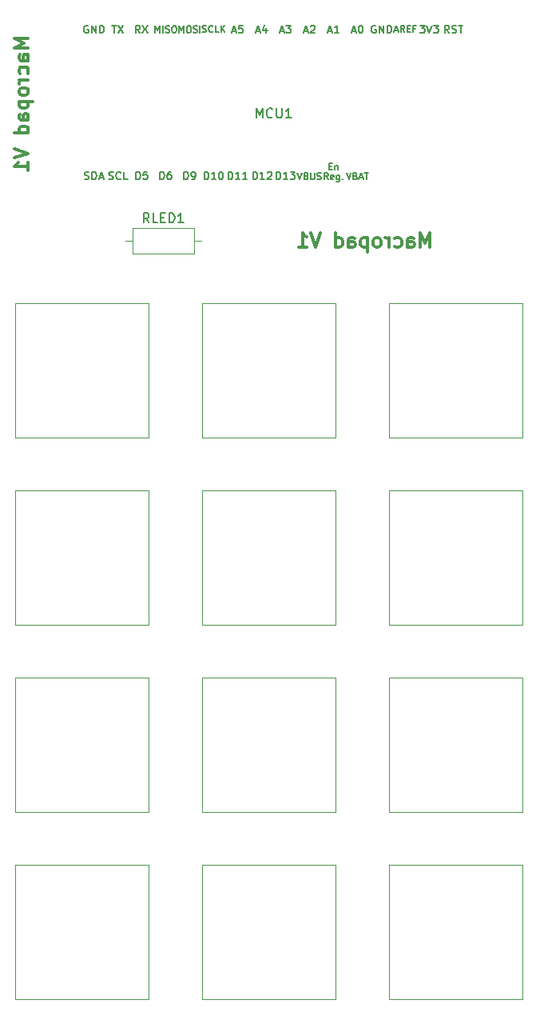
<source format=gbr>
%TF.GenerationSoftware,KiCad,Pcbnew,5.99.0-1.20210824gita02ea16.fc34*%
%TF.CreationDate,2021-08-29T08:53:43+03:00*%
%TF.ProjectId,Macropad,4d616372-6f70-4616-942e-6b696361645f,rev?*%
%TF.SameCoordinates,Original*%
%TF.FileFunction,Legend,Top*%
%TF.FilePolarity,Positive*%
%FSLAX46Y46*%
G04 Gerber Fmt 4.6, Leading zero omitted, Abs format (unit mm)*
G04 Created by KiCad (PCBNEW 5.99.0-1.20210824gita02ea16.fc34) date 2021-08-29 08:53:43*
%MOMM*%
%LPD*%
G01*
G04 APERTURE LIST*
%ADD10C,0.300000*%
%ADD11C,0.150000*%
%ADD12C,0.120000*%
G04 APERTURE END LIST*
D10*
X125800571Y-53510571D02*
X125800571Y-52010571D01*
X125300571Y-53082000D01*
X124800571Y-52010571D01*
X124800571Y-53510571D01*
X123443428Y-53510571D02*
X123443428Y-52724857D01*
X123514857Y-52582000D01*
X123657714Y-52510571D01*
X123943428Y-52510571D01*
X124086285Y-52582000D01*
X123443428Y-53439142D02*
X123586285Y-53510571D01*
X123943428Y-53510571D01*
X124086285Y-53439142D01*
X124157714Y-53296285D01*
X124157714Y-53153428D01*
X124086285Y-53010571D01*
X123943428Y-52939142D01*
X123586285Y-52939142D01*
X123443428Y-52867714D01*
X122086285Y-53439142D02*
X122229142Y-53510571D01*
X122514857Y-53510571D01*
X122657714Y-53439142D01*
X122729142Y-53367714D01*
X122800571Y-53224857D01*
X122800571Y-52796285D01*
X122729142Y-52653428D01*
X122657714Y-52582000D01*
X122514857Y-52510571D01*
X122229142Y-52510571D01*
X122086285Y-52582000D01*
X121443428Y-53510571D02*
X121443428Y-52510571D01*
X121443428Y-52796285D02*
X121372000Y-52653428D01*
X121300571Y-52582000D01*
X121157714Y-52510571D01*
X121014857Y-52510571D01*
X120300571Y-53510571D02*
X120443428Y-53439142D01*
X120514857Y-53367714D01*
X120586285Y-53224857D01*
X120586285Y-52796285D01*
X120514857Y-52653428D01*
X120443428Y-52582000D01*
X120300571Y-52510571D01*
X120086285Y-52510571D01*
X119943428Y-52582000D01*
X119872000Y-52653428D01*
X119800571Y-52796285D01*
X119800571Y-53224857D01*
X119872000Y-53367714D01*
X119943428Y-53439142D01*
X120086285Y-53510571D01*
X120300571Y-53510571D01*
X119157714Y-52510571D02*
X119157714Y-54010571D01*
X119157714Y-52582000D02*
X119014857Y-52510571D01*
X118729142Y-52510571D01*
X118586285Y-52582000D01*
X118514857Y-52653428D01*
X118443428Y-52796285D01*
X118443428Y-53224857D01*
X118514857Y-53367714D01*
X118586285Y-53439142D01*
X118729142Y-53510571D01*
X119014857Y-53510571D01*
X119157714Y-53439142D01*
X117157714Y-53510571D02*
X117157714Y-52724857D01*
X117229142Y-52582000D01*
X117372000Y-52510571D01*
X117657714Y-52510571D01*
X117800571Y-52582000D01*
X117157714Y-53439142D02*
X117300571Y-53510571D01*
X117657714Y-53510571D01*
X117800571Y-53439142D01*
X117872000Y-53296285D01*
X117872000Y-53153428D01*
X117800571Y-53010571D01*
X117657714Y-52939142D01*
X117300571Y-52939142D01*
X117157714Y-52867714D01*
X115800571Y-53510571D02*
X115800571Y-52010571D01*
X115800571Y-53439142D02*
X115943428Y-53510571D01*
X116229142Y-53510571D01*
X116372000Y-53439142D01*
X116443428Y-53367714D01*
X116514857Y-53224857D01*
X116514857Y-52796285D01*
X116443428Y-52653428D01*
X116372000Y-52582000D01*
X116229142Y-52510571D01*
X115943428Y-52510571D01*
X115800571Y-52582000D01*
X114157714Y-52010571D02*
X113657714Y-53510571D01*
X113157714Y-52010571D01*
X111872000Y-53510571D02*
X112729142Y-53510571D01*
X112300571Y-53510571D02*
X112300571Y-52010571D01*
X112443428Y-52224857D01*
X112586285Y-52367714D01*
X112729142Y-52439142D01*
X83228571Y-31425428D02*
X81728571Y-31425428D01*
X82800000Y-31925428D01*
X81728571Y-32425428D01*
X83228571Y-32425428D01*
X83228571Y-33782571D02*
X82442857Y-33782571D01*
X82300000Y-33711142D01*
X82228571Y-33568285D01*
X82228571Y-33282571D01*
X82300000Y-33139714D01*
X83157142Y-33782571D02*
X83228571Y-33639714D01*
X83228571Y-33282571D01*
X83157142Y-33139714D01*
X83014285Y-33068285D01*
X82871428Y-33068285D01*
X82728571Y-33139714D01*
X82657142Y-33282571D01*
X82657142Y-33639714D01*
X82585714Y-33782571D01*
X83157142Y-35139714D02*
X83228571Y-34996857D01*
X83228571Y-34711142D01*
X83157142Y-34568285D01*
X83085714Y-34496857D01*
X82942857Y-34425428D01*
X82514285Y-34425428D01*
X82371428Y-34496857D01*
X82300000Y-34568285D01*
X82228571Y-34711142D01*
X82228571Y-34996857D01*
X82300000Y-35139714D01*
X83228571Y-35782571D02*
X82228571Y-35782571D01*
X82514285Y-35782571D02*
X82371428Y-35854000D01*
X82300000Y-35925428D01*
X82228571Y-36068285D01*
X82228571Y-36211142D01*
X83228571Y-36925428D02*
X83157142Y-36782571D01*
X83085714Y-36711142D01*
X82942857Y-36639714D01*
X82514285Y-36639714D01*
X82371428Y-36711142D01*
X82300000Y-36782571D01*
X82228571Y-36925428D01*
X82228571Y-37139714D01*
X82300000Y-37282571D01*
X82371428Y-37354000D01*
X82514285Y-37425428D01*
X82942857Y-37425428D01*
X83085714Y-37354000D01*
X83157142Y-37282571D01*
X83228571Y-37139714D01*
X83228571Y-36925428D01*
X82228571Y-38068285D02*
X83728571Y-38068285D01*
X82300000Y-38068285D02*
X82228571Y-38211142D01*
X82228571Y-38496857D01*
X82300000Y-38639714D01*
X82371428Y-38711142D01*
X82514285Y-38782571D01*
X82942857Y-38782571D01*
X83085714Y-38711142D01*
X83157142Y-38639714D01*
X83228571Y-38496857D01*
X83228571Y-38211142D01*
X83157142Y-38068285D01*
X83228571Y-40068285D02*
X82442857Y-40068285D01*
X82300000Y-39996857D01*
X82228571Y-39854000D01*
X82228571Y-39568285D01*
X82300000Y-39425428D01*
X83157142Y-40068285D02*
X83228571Y-39925428D01*
X83228571Y-39568285D01*
X83157142Y-39425428D01*
X83014285Y-39354000D01*
X82871428Y-39354000D01*
X82728571Y-39425428D01*
X82657142Y-39568285D01*
X82657142Y-39925428D01*
X82585714Y-40068285D01*
X83228571Y-41425428D02*
X81728571Y-41425428D01*
X83157142Y-41425428D02*
X83228571Y-41282571D01*
X83228571Y-40996857D01*
X83157142Y-40854000D01*
X83085714Y-40782571D01*
X82942857Y-40711142D01*
X82514285Y-40711142D01*
X82371428Y-40782571D01*
X82300000Y-40854000D01*
X82228571Y-40996857D01*
X82228571Y-41282571D01*
X82300000Y-41425428D01*
X81728571Y-43068285D02*
X83228571Y-43568285D01*
X81728571Y-44068285D01*
X83228571Y-45354000D02*
X83228571Y-44496857D01*
X83228571Y-44925428D02*
X81728571Y-44925428D01*
X81942857Y-44782571D01*
X82085714Y-44639714D01*
X82157142Y-44496857D01*
D11*
%TO.C,RLED1*%
X96012190Y-50914380D02*
X95678857Y-50438190D01*
X95440761Y-50914380D02*
X95440761Y-49914380D01*
X95821714Y-49914380D01*
X95916952Y-49962000D01*
X95964571Y-50009619D01*
X96012190Y-50104857D01*
X96012190Y-50247714D01*
X95964571Y-50342952D01*
X95916952Y-50390571D01*
X95821714Y-50438190D01*
X95440761Y-50438190D01*
X96916952Y-50914380D02*
X96440761Y-50914380D01*
X96440761Y-49914380D01*
X97250285Y-50390571D02*
X97583619Y-50390571D01*
X97726476Y-50914380D02*
X97250285Y-50914380D01*
X97250285Y-49914380D01*
X97726476Y-49914380D01*
X98155047Y-50914380D02*
X98155047Y-49914380D01*
X98393142Y-49914380D01*
X98536000Y-49962000D01*
X98631238Y-50057238D01*
X98678857Y-50152476D01*
X98726476Y-50342952D01*
X98726476Y-50485809D01*
X98678857Y-50676285D01*
X98631238Y-50771523D01*
X98536000Y-50866761D01*
X98393142Y-50914380D01*
X98155047Y-50914380D01*
X99678857Y-50914380D02*
X99107428Y-50914380D01*
X99393142Y-50914380D02*
X99393142Y-49914380D01*
X99297904Y-50057238D01*
X99202666Y-50152476D01*
X99107428Y-50200095D01*
%TO.C,MCU1*%
X107386666Y-39822380D02*
X107386666Y-38822380D01*
X107720000Y-39536666D01*
X108053333Y-38822380D01*
X108053333Y-39822380D01*
X109100952Y-39727142D02*
X109053333Y-39774761D01*
X108910476Y-39822380D01*
X108815238Y-39822380D01*
X108672380Y-39774761D01*
X108577142Y-39679523D01*
X108529523Y-39584285D01*
X108481904Y-39393809D01*
X108481904Y-39250952D01*
X108529523Y-39060476D01*
X108577142Y-38965238D01*
X108672380Y-38870000D01*
X108815238Y-38822380D01*
X108910476Y-38822380D01*
X109053333Y-38870000D01*
X109100952Y-38917619D01*
X109529523Y-38822380D02*
X109529523Y-39631904D01*
X109577142Y-39727142D01*
X109624761Y-39774761D01*
X109720000Y-39822380D01*
X109910476Y-39822380D01*
X110005714Y-39774761D01*
X110053333Y-39727142D01*
X110100952Y-39631904D01*
X110100952Y-38822380D01*
X111100952Y-39822380D02*
X110529523Y-39822380D01*
X110815238Y-39822380D02*
X110815238Y-38822380D01*
X110720000Y-38965238D01*
X110624761Y-39060476D01*
X110529523Y-39108095D01*
X89560476Y-30080000D02*
X89484285Y-30041904D01*
X89370000Y-30041904D01*
X89255714Y-30080000D01*
X89179523Y-30156190D01*
X89141428Y-30232380D01*
X89103333Y-30384761D01*
X89103333Y-30499047D01*
X89141428Y-30651428D01*
X89179523Y-30727619D01*
X89255714Y-30803809D01*
X89370000Y-30841904D01*
X89446190Y-30841904D01*
X89560476Y-30803809D01*
X89598571Y-30765714D01*
X89598571Y-30499047D01*
X89446190Y-30499047D01*
X89941428Y-30841904D02*
X89941428Y-30041904D01*
X90398571Y-30841904D01*
X90398571Y-30041904D01*
X90779523Y-30841904D02*
X90779523Y-30041904D01*
X90970000Y-30041904D01*
X91084285Y-30080000D01*
X91160476Y-30156190D01*
X91198571Y-30232380D01*
X91236666Y-30384761D01*
X91236666Y-30499047D01*
X91198571Y-30651428D01*
X91160476Y-30727619D01*
X91084285Y-30803809D01*
X90970000Y-30841904D01*
X90779523Y-30841904D01*
X99230000Y-30796666D02*
X99230000Y-30096666D01*
X99463333Y-30596666D01*
X99696666Y-30096666D01*
X99696666Y-30796666D01*
X100163333Y-30096666D02*
X100296666Y-30096666D01*
X100363333Y-30130000D01*
X100430000Y-30196666D01*
X100463333Y-30330000D01*
X100463333Y-30563333D01*
X100430000Y-30696666D01*
X100363333Y-30763333D01*
X100296666Y-30796666D01*
X100163333Y-30796666D01*
X100096666Y-30763333D01*
X100030000Y-30696666D01*
X99996666Y-30563333D01*
X99996666Y-30330000D01*
X100030000Y-30196666D01*
X100096666Y-30130000D01*
X100163333Y-30096666D01*
X100730000Y-30763333D02*
X100830000Y-30796666D01*
X100996666Y-30796666D01*
X101063333Y-30763333D01*
X101096666Y-30730000D01*
X101130000Y-30663333D01*
X101130000Y-30596666D01*
X101096666Y-30530000D01*
X101063333Y-30496666D01*
X100996666Y-30463333D01*
X100863333Y-30430000D01*
X100796666Y-30396666D01*
X100763333Y-30363333D01*
X100730000Y-30296666D01*
X100730000Y-30230000D01*
X100763333Y-30163333D01*
X100796666Y-30130000D01*
X100863333Y-30096666D01*
X101030000Y-30096666D01*
X101130000Y-30130000D01*
X101430000Y-30796666D02*
X101430000Y-30096666D01*
X115003333Y-46341466D02*
X114770000Y-46008133D01*
X114603333Y-46341466D02*
X114603333Y-45641466D01*
X114870000Y-45641466D01*
X114936666Y-45674800D01*
X114970000Y-45708133D01*
X115003333Y-45774800D01*
X115003333Y-45874800D01*
X114970000Y-45941466D01*
X114936666Y-45974800D01*
X114870000Y-46008133D01*
X114603333Y-46008133D01*
X115570000Y-46308133D02*
X115503333Y-46341466D01*
X115370000Y-46341466D01*
X115303333Y-46308133D01*
X115270000Y-46241466D01*
X115270000Y-45974800D01*
X115303333Y-45908133D01*
X115370000Y-45874800D01*
X115503333Y-45874800D01*
X115570000Y-45908133D01*
X115603333Y-45974800D01*
X115603333Y-46041466D01*
X115270000Y-46108133D01*
X116203333Y-45874800D02*
X116203333Y-46441466D01*
X116170000Y-46508133D01*
X116136666Y-46541466D01*
X116070000Y-46574800D01*
X115970000Y-46574800D01*
X115903333Y-46541466D01*
X116203333Y-46308133D02*
X116136666Y-46341466D01*
X116003333Y-46341466D01*
X115936666Y-46308133D01*
X115903333Y-46274800D01*
X115870000Y-46208133D01*
X115870000Y-46008133D01*
X115903333Y-45941466D01*
X115936666Y-45908133D01*
X116003333Y-45874800D01*
X116136666Y-45874800D01*
X116203333Y-45908133D01*
X116536666Y-46274800D02*
X116570000Y-46308133D01*
X116536666Y-46341466D01*
X116503333Y-46308133D01*
X116536666Y-46274800D01*
X116536666Y-46341466D01*
X117538571Y-30613333D02*
X117919523Y-30613333D01*
X117462380Y-30841904D02*
X117729047Y-30041904D01*
X117995714Y-30841904D01*
X118414761Y-30041904D02*
X118490952Y-30041904D01*
X118567142Y-30080000D01*
X118605238Y-30118095D01*
X118643333Y-30194285D01*
X118681428Y-30346666D01*
X118681428Y-30537142D01*
X118643333Y-30689523D01*
X118605238Y-30765714D01*
X118567142Y-30803809D01*
X118490952Y-30841904D01*
X118414761Y-30841904D01*
X118338571Y-30803809D01*
X118300476Y-30765714D01*
X118262380Y-30689523D01*
X118224285Y-30537142D01*
X118224285Y-30346666D01*
X118262380Y-30194285D01*
X118300476Y-30118095D01*
X118338571Y-30080000D01*
X118414761Y-30041904D01*
X109518571Y-46335904D02*
X109518571Y-45535904D01*
X109709047Y-45535904D01*
X109823333Y-45574000D01*
X109899523Y-45650190D01*
X109937619Y-45726380D01*
X109975714Y-45878761D01*
X109975714Y-45993047D01*
X109937619Y-46145428D01*
X109899523Y-46221619D01*
X109823333Y-46297809D01*
X109709047Y-46335904D01*
X109518571Y-46335904D01*
X110737619Y-46335904D02*
X110280476Y-46335904D01*
X110509047Y-46335904D02*
X110509047Y-45535904D01*
X110432857Y-45650190D01*
X110356666Y-45726380D01*
X110280476Y-45764476D01*
X111004285Y-45535904D02*
X111499523Y-45535904D01*
X111232857Y-45840666D01*
X111347142Y-45840666D01*
X111423333Y-45878761D01*
X111461428Y-45916857D01*
X111499523Y-45993047D01*
X111499523Y-46183523D01*
X111461428Y-46259714D01*
X111423333Y-46297809D01*
X111347142Y-46335904D01*
X111118571Y-46335904D01*
X111042380Y-46297809D01*
X111004285Y-46259714D01*
X101898571Y-46335904D02*
X101898571Y-45535904D01*
X102089047Y-45535904D01*
X102203333Y-45574000D01*
X102279523Y-45650190D01*
X102317619Y-45726380D01*
X102355714Y-45878761D01*
X102355714Y-45993047D01*
X102317619Y-46145428D01*
X102279523Y-46221619D01*
X102203333Y-46297809D01*
X102089047Y-46335904D01*
X101898571Y-46335904D01*
X103117619Y-46335904D02*
X102660476Y-46335904D01*
X102889047Y-46335904D02*
X102889047Y-45535904D01*
X102812857Y-45650190D01*
X102736666Y-45726380D01*
X102660476Y-45764476D01*
X103612857Y-45535904D02*
X103689047Y-45535904D01*
X103765238Y-45574000D01*
X103803333Y-45612095D01*
X103841428Y-45688285D01*
X103879523Y-45840666D01*
X103879523Y-46031142D01*
X103841428Y-46183523D01*
X103803333Y-46259714D01*
X103765238Y-46297809D01*
X103689047Y-46335904D01*
X103612857Y-46335904D01*
X103536666Y-46297809D01*
X103498571Y-46259714D01*
X103460476Y-46183523D01*
X103422380Y-46031142D01*
X103422380Y-45840666D01*
X103460476Y-45688285D01*
X103498571Y-45612095D01*
X103536666Y-45574000D01*
X103612857Y-45535904D01*
X109918571Y-30613333D02*
X110299523Y-30613333D01*
X109842380Y-30841904D02*
X110109047Y-30041904D01*
X110375714Y-30841904D01*
X110566190Y-30041904D02*
X111061428Y-30041904D01*
X110794761Y-30346666D01*
X110909047Y-30346666D01*
X110985238Y-30384761D01*
X111023333Y-30422857D01*
X111061428Y-30499047D01*
X111061428Y-30689523D01*
X111023333Y-30765714D01*
X110985238Y-30803809D01*
X110909047Y-30841904D01*
X110680476Y-30841904D01*
X110604285Y-30803809D01*
X110566190Y-30765714D01*
X115103333Y-44958800D02*
X115336666Y-44958800D01*
X115436666Y-45325466D02*
X115103333Y-45325466D01*
X115103333Y-44625466D01*
X115436666Y-44625466D01*
X115736666Y-44858800D02*
X115736666Y-45325466D01*
X115736666Y-44925466D02*
X115770000Y-44892133D01*
X115836666Y-44858800D01*
X115936666Y-44858800D01*
X116003333Y-44892133D01*
X116036666Y-44958800D01*
X116036666Y-45325466D01*
X92100476Y-30041904D02*
X92557619Y-30041904D01*
X92329047Y-30841904D02*
X92329047Y-30041904D01*
X92748095Y-30041904D02*
X93281428Y-30841904D01*
X93281428Y-30041904D02*
X92748095Y-30841904D01*
X111746666Y-45641466D02*
X111980000Y-46341466D01*
X112213333Y-45641466D01*
X112680000Y-45974800D02*
X112780000Y-46008133D01*
X112813333Y-46041466D01*
X112846666Y-46108133D01*
X112846666Y-46208133D01*
X112813333Y-46274800D01*
X112780000Y-46308133D01*
X112713333Y-46341466D01*
X112446666Y-46341466D01*
X112446666Y-45641466D01*
X112680000Y-45641466D01*
X112746666Y-45674800D01*
X112780000Y-45708133D01*
X112813333Y-45774800D01*
X112813333Y-45841466D01*
X112780000Y-45908133D01*
X112746666Y-45941466D01*
X112680000Y-45974800D01*
X112446666Y-45974800D01*
X113146666Y-45641466D02*
X113146666Y-46208133D01*
X113180000Y-46274800D01*
X113213333Y-46308133D01*
X113280000Y-46341466D01*
X113413333Y-46341466D01*
X113480000Y-46308133D01*
X113513333Y-46274800D01*
X113546666Y-46208133D01*
X113546666Y-45641466D01*
X113846666Y-46308133D02*
X113946666Y-46341466D01*
X114113333Y-46341466D01*
X114180000Y-46308133D01*
X114213333Y-46274800D01*
X114246666Y-46208133D01*
X114246666Y-46141466D01*
X114213333Y-46074800D01*
X114180000Y-46041466D01*
X114113333Y-46008133D01*
X113980000Y-45974800D01*
X113913333Y-45941466D01*
X113880000Y-45908133D01*
X113846666Y-45841466D01*
X113846666Y-45774800D01*
X113880000Y-45708133D01*
X113913333Y-45674800D01*
X113980000Y-45641466D01*
X114146666Y-45641466D01*
X114246666Y-45674800D01*
X112458571Y-30613333D02*
X112839523Y-30613333D01*
X112382380Y-30841904D02*
X112649047Y-30041904D01*
X112915714Y-30841904D01*
X113144285Y-30118095D02*
X113182380Y-30080000D01*
X113258571Y-30041904D01*
X113449047Y-30041904D01*
X113525238Y-30080000D01*
X113563333Y-30118095D01*
X113601428Y-30194285D01*
X113601428Y-30270476D01*
X113563333Y-30384761D01*
X113106190Y-30841904D01*
X113601428Y-30841904D01*
X124739523Y-30041904D02*
X125234761Y-30041904D01*
X124968095Y-30346666D01*
X125082380Y-30346666D01*
X125158571Y-30384761D01*
X125196666Y-30422857D01*
X125234761Y-30499047D01*
X125234761Y-30689523D01*
X125196666Y-30765714D01*
X125158571Y-30803809D01*
X125082380Y-30841904D01*
X124853809Y-30841904D01*
X124777619Y-30803809D01*
X124739523Y-30765714D01*
X125463333Y-30041904D02*
X125730000Y-30841904D01*
X125996666Y-30041904D01*
X126187142Y-30041904D02*
X126682380Y-30041904D01*
X126415714Y-30346666D01*
X126530000Y-30346666D01*
X126606190Y-30384761D01*
X126644285Y-30422857D01*
X126682380Y-30499047D01*
X126682380Y-30689523D01*
X126644285Y-30765714D01*
X126606190Y-30803809D01*
X126530000Y-30841904D01*
X126301428Y-30841904D01*
X126225238Y-30803809D01*
X126187142Y-30765714D01*
X99739523Y-46335904D02*
X99739523Y-45535904D01*
X99930000Y-45535904D01*
X100044285Y-45574000D01*
X100120476Y-45650190D01*
X100158571Y-45726380D01*
X100196666Y-45878761D01*
X100196666Y-45993047D01*
X100158571Y-46145428D01*
X100120476Y-46221619D01*
X100044285Y-46297809D01*
X99930000Y-46335904D01*
X99739523Y-46335904D01*
X100577619Y-46335904D02*
X100730000Y-46335904D01*
X100806190Y-46297809D01*
X100844285Y-46259714D01*
X100920476Y-46145428D01*
X100958571Y-45993047D01*
X100958571Y-45688285D01*
X100920476Y-45612095D01*
X100882380Y-45574000D01*
X100806190Y-45535904D01*
X100653809Y-45535904D01*
X100577619Y-45574000D01*
X100539523Y-45612095D01*
X100501428Y-45688285D01*
X100501428Y-45878761D01*
X100539523Y-45954952D01*
X100577619Y-45993047D01*
X100653809Y-46031142D01*
X100806190Y-46031142D01*
X100882380Y-45993047D01*
X100920476Y-45954952D01*
X100958571Y-45878761D01*
X89198571Y-46297809D02*
X89312857Y-46335904D01*
X89503333Y-46335904D01*
X89579523Y-46297809D01*
X89617619Y-46259714D01*
X89655714Y-46183523D01*
X89655714Y-46107333D01*
X89617619Y-46031142D01*
X89579523Y-45993047D01*
X89503333Y-45954952D01*
X89350952Y-45916857D01*
X89274761Y-45878761D01*
X89236666Y-45840666D01*
X89198571Y-45764476D01*
X89198571Y-45688285D01*
X89236666Y-45612095D01*
X89274761Y-45574000D01*
X89350952Y-45535904D01*
X89541428Y-45535904D01*
X89655714Y-45574000D01*
X89998571Y-46335904D02*
X89998571Y-45535904D01*
X90189047Y-45535904D01*
X90303333Y-45574000D01*
X90379523Y-45650190D01*
X90417619Y-45726380D01*
X90455714Y-45878761D01*
X90455714Y-45993047D01*
X90417619Y-46145428D01*
X90379523Y-46221619D01*
X90303333Y-46297809D01*
X90189047Y-46335904D01*
X89998571Y-46335904D01*
X90760476Y-46107333D02*
X91141428Y-46107333D01*
X90684285Y-46335904D02*
X90950952Y-45535904D01*
X91217619Y-46335904D01*
X127831904Y-30841904D02*
X127565238Y-30460952D01*
X127374761Y-30841904D02*
X127374761Y-30041904D01*
X127679523Y-30041904D01*
X127755714Y-30080000D01*
X127793809Y-30118095D01*
X127831904Y-30194285D01*
X127831904Y-30308571D01*
X127793809Y-30384761D01*
X127755714Y-30422857D01*
X127679523Y-30460952D01*
X127374761Y-30460952D01*
X128136666Y-30803809D02*
X128250952Y-30841904D01*
X128441428Y-30841904D01*
X128517619Y-30803809D01*
X128555714Y-30765714D01*
X128593809Y-30689523D01*
X128593809Y-30613333D01*
X128555714Y-30537142D01*
X128517619Y-30499047D01*
X128441428Y-30460952D01*
X128289047Y-30422857D01*
X128212857Y-30384761D01*
X128174761Y-30346666D01*
X128136666Y-30270476D01*
X128136666Y-30194285D01*
X128174761Y-30118095D01*
X128212857Y-30080000D01*
X128289047Y-30041904D01*
X128479523Y-30041904D01*
X128593809Y-30080000D01*
X128822380Y-30041904D02*
X129279523Y-30041904D01*
X129050952Y-30841904D02*
X129050952Y-30041904D01*
X120040476Y-30080000D02*
X119964285Y-30041904D01*
X119850000Y-30041904D01*
X119735714Y-30080000D01*
X119659523Y-30156190D01*
X119621428Y-30232380D01*
X119583333Y-30384761D01*
X119583333Y-30499047D01*
X119621428Y-30651428D01*
X119659523Y-30727619D01*
X119735714Y-30803809D01*
X119850000Y-30841904D01*
X119926190Y-30841904D01*
X120040476Y-30803809D01*
X120078571Y-30765714D01*
X120078571Y-30499047D01*
X119926190Y-30499047D01*
X120421428Y-30841904D02*
X120421428Y-30041904D01*
X120878571Y-30841904D01*
X120878571Y-30041904D01*
X121259523Y-30841904D02*
X121259523Y-30041904D01*
X121450000Y-30041904D01*
X121564285Y-30080000D01*
X121640476Y-30156190D01*
X121678571Y-30232380D01*
X121716666Y-30384761D01*
X121716666Y-30499047D01*
X121678571Y-30651428D01*
X121640476Y-30727619D01*
X121564285Y-30803809D01*
X121450000Y-30841904D01*
X121259523Y-30841904D01*
X101686666Y-30712533D02*
X101786666Y-30745866D01*
X101953333Y-30745866D01*
X102020000Y-30712533D01*
X102053333Y-30679200D01*
X102086666Y-30612533D01*
X102086666Y-30545866D01*
X102053333Y-30479200D01*
X102020000Y-30445866D01*
X101953333Y-30412533D01*
X101820000Y-30379200D01*
X101753333Y-30345866D01*
X101720000Y-30312533D01*
X101686666Y-30245866D01*
X101686666Y-30179200D01*
X101720000Y-30112533D01*
X101753333Y-30079200D01*
X101820000Y-30045866D01*
X101986666Y-30045866D01*
X102086666Y-30079200D01*
X102786666Y-30679200D02*
X102753333Y-30712533D01*
X102653333Y-30745866D01*
X102586666Y-30745866D01*
X102486666Y-30712533D01*
X102420000Y-30645866D01*
X102386666Y-30579200D01*
X102353333Y-30445866D01*
X102353333Y-30345866D01*
X102386666Y-30212533D01*
X102420000Y-30145866D01*
X102486666Y-30079200D01*
X102586666Y-30045866D01*
X102653333Y-30045866D01*
X102753333Y-30079200D01*
X102786666Y-30112533D01*
X103420000Y-30745866D02*
X103086666Y-30745866D01*
X103086666Y-30045866D01*
X103653333Y-30745866D02*
X103653333Y-30045866D01*
X104053333Y-30745866D02*
X103753333Y-30345866D01*
X104053333Y-30045866D02*
X103653333Y-30445866D01*
X91757619Y-46297809D02*
X91871904Y-46335904D01*
X92062380Y-46335904D01*
X92138571Y-46297809D01*
X92176666Y-46259714D01*
X92214761Y-46183523D01*
X92214761Y-46107333D01*
X92176666Y-46031142D01*
X92138571Y-45993047D01*
X92062380Y-45954952D01*
X91910000Y-45916857D01*
X91833809Y-45878761D01*
X91795714Y-45840666D01*
X91757619Y-45764476D01*
X91757619Y-45688285D01*
X91795714Y-45612095D01*
X91833809Y-45574000D01*
X91910000Y-45535904D01*
X92100476Y-45535904D01*
X92214761Y-45574000D01*
X93014761Y-46259714D02*
X92976666Y-46297809D01*
X92862380Y-46335904D01*
X92786190Y-46335904D01*
X92671904Y-46297809D01*
X92595714Y-46221619D01*
X92557619Y-46145428D01*
X92519523Y-45993047D01*
X92519523Y-45878761D01*
X92557619Y-45726380D01*
X92595714Y-45650190D01*
X92671904Y-45574000D01*
X92786190Y-45535904D01*
X92862380Y-45535904D01*
X92976666Y-45574000D01*
X93014761Y-45612095D01*
X93738571Y-46335904D02*
X93357619Y-46335904D01*
X93357619Y-45535904D01*
X96690000Y-30796666D02*
X96690000Y-30096666D01*
X96923333Y-30596666D01*
X97156666Y-30096666D01*
X97156666Y-30796666D01*
X97490000Y-30796666D02*
X97490000Y-30096666D01*
X97790000Y-30763333D02*
X97890000Y-30796666D01*
X98056666Y-30796666D01*
X98123333Y-30763333D01*
X98156666Y-30730000D01*
X98190000Y-30663333D01*
X98190000Y-30596666D01*
X98156666Y-30530000D01*
X98123333Y-30496666D01*
X98056666Y-30463333D01*
X97923333Y-30430000D01*
X97856666Y-30396666D01*
X97823333Y-30363333D01*
X97790000Y-30296666D01*
X97790000Y-30230000D01*
X97823333Y-30163333D01*
X97856666Y-30130000D01*
X97923333Y-30096666D01*
X98090000Y-30096666D01*
X98190000Y-30130000D01*
X98623333Y-30096666D02*
X98756666Y-30096666D01*
X98823333Y-30130000D01*
X98890000Y-30196666D01*
X98923333Y-30330000D01*
X98923333Y-30563333D01*
X98890000Y-30696666D01*
X98823333Y-30763333D01*
X98756666Y-30796666D01*
X98623333Y-30796666D01*
X98556666Y-30763333D01*
X98490000Y-30696666D01*
X98456666Y-30563333D01*
X98456666Y-30330000D01*
X98490000Y-30196666D01*
X98556666Y-30130000D01*
X98623333Y-30096666D01*
X107378571Y-30613333D02*
X107759523Y-30613333D01*
X107302380Y-30841904D02*
X107569047Y-30041904D01*
X107835714Y-30841904D01*
X108445238Y-30308571D02*
X108445238Y-30841904D01*
X108254761Y-30003809D02*
X108064285Y-30575238D01*
X108559523Y-30575238D01*
X122056666Y-30545866D02*
X122390000Y-30545866D01*
X121990000Y-30745866D02*
X122223333Y-30045866D01*
X122456666Y-30745866D01*
X123090000Y-30745866D02*
X122856666Y-30412533D01*
X122690000Y-30745866D02*
X122690000Y-30045866D01*
X122956666Y-30045866D01*
X123023333Y-30079200D01*
X123056666Y-30112533D01*
X123090000Y-30179200D01*
X123090000Y-30279200D01*
X123056666Y-30345866D01*
X123023333Y-30379200D01*
X122956666Y-30412533D01*
X122690000Y-30412533D01*
X123390000Y-30379200D02*
X123623333Y-30379200D01*
X123723333Y-30745866D02*
X123390000Y-30745866D01*
X123390000Y-30045866D01*
X123723333Y-30045866D01*
X124256666Y-30379200D02*
X124023333Y-30379200D01*
X124023333Y-30745866D02*
X124023333Y-30045866D01*
X124356666Y-30045866D01*
X114998571Y-30613333D02*
X115379523Y-30613333D01*
X114922380Y-30841904D02*
X115189047Y-30041904D01*
X115455714Y-30841904D01*
X116141428Y-30841904D02*
X115684285Y-30841904D01*
X115912857Y-30841904D02*
X115912857Y-30041904D01*
X115836666Y-30156190D01*
X115760476Y-30232380D01*
X115684285Y-30270476D01*
X97199523Y-46335904D02*
X97199523Y-45535904D01*
X97390000Y-45535904D01*
X97504285Y-45574000D01*
X97580476Y-45650190D01*
X97618571Y-45726380D01*
X97656666Y-45878761D01*
X97656666Y-45993047D01*
X97618571Y-46145428D01*
X97580476Y-46221619D01*
X97504285Y-46297809D01*
X97390000Y-46335904D01*
X97199523Y-46335904D01*
X98342380Y-45535904D02*
X98190000Y-45535904D01*
X98113809Y-45574000D01*
X98075714Y-45612095D01*
X97999523Y-45726380D01*
X97961428Y-45878761D01*
X97961428Y-46183523D01*
X97999523Y-46259714D01*
X98037619Y-46297809D01*
X98113809Y-46335904D01*
X98266190Y-46335904D01*
X98342380Y-46297809D01*
X98380476Y-46259714D01*
X98418571Y-46183523D01*
X98418571Y-45993047D01*
X98380476Y-45916857D01*
X98342380Y-45878761D01*
X98266190Y-45840666D01*
X98113809Y-45840666D01*
X98037619Y-45878761D01*
X97999523Y-45916857D01*
X97961428Y-45993047D01*
X94659523Y-46335904D02*
X94659523Y-45535904D01*
X94850000Y-45535904D01*
X94964285Y-45574000D01*
X95040476Y-45650190D01*
X95078571Y-45726380D01*
X95116666Y-45878761D01*
X95116666Y-45993047D01*
X95078571Y-46145428D01*
X95040476Y-46221619D01*
X94964285Y-46297809D01*
X94850000Y-46335904D01*
X94659523Y-46335904D01*
X95840476Y-45535904D02*
X95459523Y-45535904D01*
X95421428Y-45916857D01*
X95459523Y-45878761D01*
X95535714Y-45840666D01*
X95726190Y-45840666D01*
X95802380Y-45878761D01*
X95840476Y-45916857D01*
X95878571Y-45993047D01*
X95878571Y-46183523D01*
X95840476Y-46259714D01*
X95802380Y-46297809D01*
X95726190Y-46335904D01*
X95535714Y-46335904D01*
X95459523Y-46297809D01*
X95421428Y-46259714D01*
X107029371Y-46335904D02*
X107029371Y-45535904D01*
X107219847Y-45535904D01*
X107334133Y-45574000D01*
X107410323Y-45650190D01*
X107448419Y-45726380D01*
X107486514Y-45878761D01*
X107486514Y-45993047D01*
X107448419Y-46145428D01*
X107410323Y-46221619D01*
X107334133Y-46297809D01*
X107219847Y-46335904D01*
X107029371Y-46335904D01*
X108248419Y-46335904D02*
X107791276Y-46335904D01*
X108019847Y-46335904D02*
X108019847Y-45535904D01*
X107943657Y-45650190D01*
X107867466Y-45726380D01*
X107791276Y-45764476D01*
X108553180Y-45612095D02*
X108591276Y-45574000D01*
X108667466Y-45535904D01*
X108857942Y-45535904D01*
X108934133Y-45574000D01*
X108972228Y-45612095D01*
X109010323Y-45688285D01*
X109010323Y-45764476D01*
X108972228Y-45878761D01*
X108515085Y-46335904D01*
X109010323Y-46335904D01*
X104838571Y-30613333D02*
X105219523Y-30613333D01*
X104762380Y-30841904D02*
X105029047Y-30041904D01*
X105295714Y-30841904D01*
X105943333Y-30041904D02*
X105562380Y-30041904D01*
X105524285Y-30422857D01*
X105562380Y-30384761D01*
X105638571Y-30346666D01*
X105829047Y-30346666D01*
X105905238Y-30384761D01*
X105943333Y-30422857D01*
X105981428Y-30499047D01*
X105981428Y-30689523D01*
X105943333Y-30765714D01*
X105905238Y-30803809D01*
X105829047Y-30841904D01*
X105638571Y-30841904D01*
X105562380Y-30803809D01*
X105524285Y-30765714D01*
X116960000Y-45641466D02*
X117193333Y-46341466D01*
X117426666Y-45641466D01*
X117893333Y-45974800D02*
X117993333Y-46008133D01*
X118026666Y-46041466D01*
X118060000Y-46108133D01*
X118060000Y-46208133D01*
X118026666Y-46274800D01*
X117993333Y-46308133D01*
X117926666Y-46341466D01*
X117660000Y-46341466D01*
X117660000Y-45641466D01*
X117893333Y-45641466D01*
X117960000Y-45674800D01*
X117993333Y-45708133D01*
X118026666Y-45774800D01*
X118026666Y-45841466D01*
X117993333Y-45908133D01*
X117960000Y-45941466D01*
X117893333Y-45974800D01*
X117660000Y-45974800D01*
X118326666Y-46141466D02*
X118660000Y-46141466D01*
X118260000Y-46341466D02*
X118493333Y-45641466D01*
X118726666Y-46341466D01*
X118860000Y-45641466D02*
X119260000Y-45641466D01*
X119060000Y-46341466D02*
X119060000Y-45641466D01*
X95065866Y-30841904D02*
X94799200Y-30460952D01*
X94608723Y-30841904D02*
X94608723Y-30041904D01*
X94913485Y-30041904D01*
X94989676Y-30080000D01*
X95027771Y-30118095D01*
X95065866Y-30194285D01*
X95065866Y-30308571D01*
X95027771Y-30384761D01*
X94989676Y-30422857D01*
X94913485Y-30460952D01*
X94608723Y-30460952D01*
X95332533Y-30041904D02*
X95865866Y-30841904D01*
X95865866Y-30041904D02*
X95332533Y-30841904D01*
X104438571Y-46335904D02*
X104438571Y-45535904D01*
X104629047Y-45535904D01*
X104743333Y-45574000D01*
X104819523Y-45650190D01*
X104857619Y-45726380D01*
X104895714Y-45878761D01*
X104895714Y-45993047D01*
X104857619Y-46145428D01*
X104819523Y-46221619D01*
X104743333Y-46297809D01*
X104629047Y-46335904D01*
X104438571Y-46335904D01*
X105657619Y-46335904D02*
X105200476Y-46335904D01*
X105429047Y-46335904D02*
X105429047Y-45535904D01*
X105352857Y-45650190D01*
X105276666Y-45726380D01*
X105200476Y-45764476D01*
X106419523Y-46335904D02*
X105962380Y-46335904D01*
X106190952Y-46335904D02*
X106190952Y-45535904D01*
X106114761Y-45650190D01*
X106038571Y-45726380D01*
X105962380Y-45764476D01*
D12*
%TO.C,RLED1*%
X100806000Y-51462000D02*
X94266000Y-51462000D01*
X93496000Y-52832000D02*
X94266000Y-52832000D01*
X94266000Y-54202000D02*
X100806000Y-54202000D01*
X101576000Y-52832000D02*
X100806000Y-52832000D01*
X94266000Y-51462000D02*
X94266000Y-54202000D01*
X100806000Y-54202000D02*
X100806000Y-51462000D01*
%TO.C,SW1*%
X81800000Y-73648000D02*
X96000000Y-73648000D01*
X96000000Y-59448000D02*
X81800000Y-59448000D01*
X96000000Y-73648000D02*
X96000000Y-59448000D01*
X81800000Y-59448000D02*
X81800000Y-73648000D01*
%TO.C,SW2*%
X115812000Y-59448000D02*
X101612000Y-59448000D01*
X101612000Y-73648000D02*
X115812000Y-73648000D01*
X115812000Y-73648000D02*
X115812000Y-59448000D01*
X101612000Y-59448000D02*
X101612000Y-73648000D01*
%TO.C,SW3*%
X121424000Y-73648000D02*
X135624000Y-73648000D01*
X121424000Y-59448000D02*
X121424000Y-73648000D01*
X135624000Y-73648000D02*
X135624000Y-59448000D01*
X135624000Y-59448000D02*
X121424000Y-59448000D01*
%TO.C,SW4*%
X96000000Y-79260000D02*
X81800000Y-79260000D01*
X81800000Y-93460000D02*
X96000000Y-93460000D01*
X81800000Y-79260000D02*
X81800000Y-93460000D01*
X96000000Y-93460000D02*
X96000000Y-79260000D01*
%TO.C,SW5*%
X115812000Y-79260000D02*
X101612000Y-79260000D01*
X115812000Y-93460000D02*
X115812000Y-79260000D01*
X101612000Y-93460000D02*
X115812000Y-93460000D01*
X101612000Y-79260000D02*
X101612000Y-93460000D01*
%TO.C,SW6*%
X135624000Y-93460000D02*
X135624000Y-79260000D01*
X121424000Y-79260000D02*
X121424000Y-93460000D01*
X135624000Y-79260000D02*
X121424000Y-79260000D01*
X121424000Y-93460000D02*
X135624000Y-93460000D01*
%TO.C,SW7*%
X96000000Y-99072000D02*
X81800000Y-99072000D01*
X96000000Y-113272000D02*
X96000000Y-99072000D01*
X81800000Y-99072000D02*
X81800000Y-113272000D01*
X81800000Y-113272000D02*
X96000000Y-113272000D01*
%TO.C,SW8*%
X115812000Y-113272000D02*
X115812000Y-99072000D01*
X115812000Y-99072000D02*
X101612000Y-99072000D01*
X101612000Y-113272000D02*
X115812000Y-113272000D01*
X101612000Y-99072000D02*
X101612000Y-113272000D01*
%TO.C,SW9*%
X121424000Y-99072000D02*
X121424000Y-113272000D01*
X121424000Y-113272000D02*
X135624000Y-113272000D01*
X135624000Y-99072000D02*
X121424000Y-99072000D01*
X135624000Y-113272000D02*
X135624000Y-99072000D01*
%TO.C,SW10*%
X81800000Y-133084000D02*
X96000000Y-133084000D01*
X96000000Y-133084000D02*
X96000000Y-118884000D01*
X96000000Y-118884000D02*
X81800000Y-118884000D01*
X81800000Y-118884000D02*
X81800000Y-133084000D01*
%TO.C,SW11*%
X101612000Y-133084000D02*
X115812000Y-133084000D01*
X115812000Y-118884000D02*
X101612000Y-118884000D01*
X115812000Y-133084000D02*
X115812000Y-118884000D01*
X101612000Y-118884000D02*
X101612000Y-133084000D01*
%TO.C,SW12*%
X135624000Y-133084000D02*
X135624000Y-118884000D01*
X121424000Y-118884000D02*
X121424000Y-133084000D01*
X121424000Y-133084000D02*
X135624000Y-133084000D01*
X135624000Y-118884000D02*
X121424000Y-118884000D01*
%TD*%
M02*

</source>
